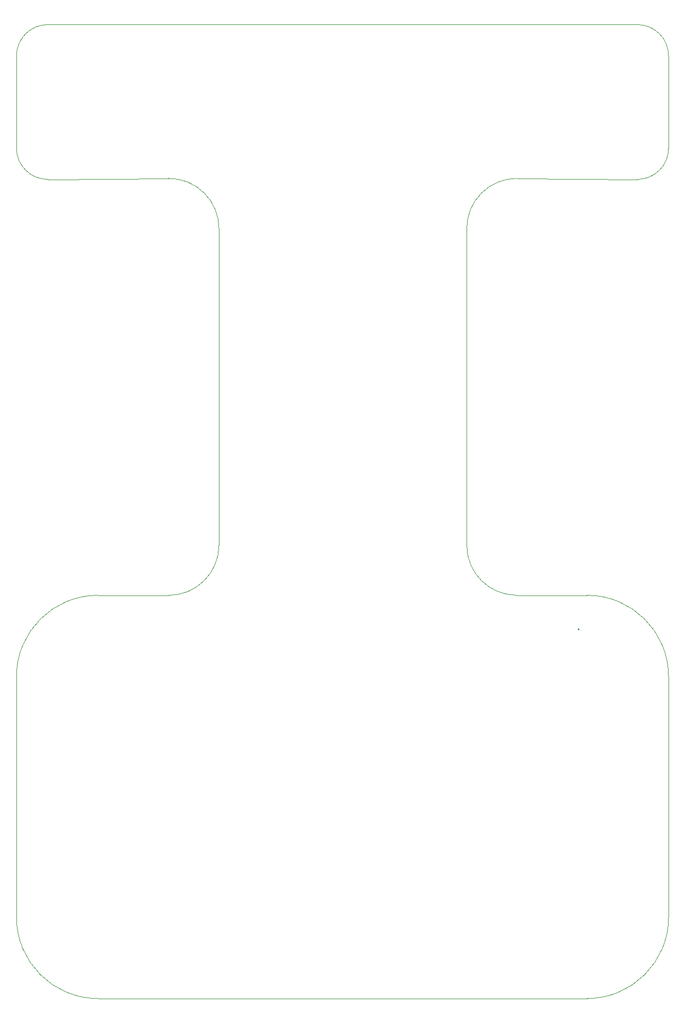
<source format=gbr>
%TF.GenerationSoftware,KiCad,Pcbnew,7.0.7*%
%TF.CreationDate,2024-02-07T22:59:59+08:00*%
%TF.ProjectId,lekirbotv2,6c656b69-7262-46f7-9476-322e6b696361,rev?*%
%TF.SameCoordinates,Original*%
%TF.FileFunction,Profile,NP*%
%FSLAX46Y46*%
G04 Gerber Fmt 4.6, Leading zero omitted, Abs format (unit mm)*
G04 Created by KiCad (PCBNEW 7.0.7) date 2024-02-07 22:59:59*
%MOMM*%
%LPD*%
G01*
G04 APERTURE LIST*
%TA.AperFunction,Profile*%
%ADD10C,0.050000*%
%TD*%
G04 APERTURE END LIST*
D10*
X72796800Y-103200000D02*
X72796800Y-116476851D01*
X112370000Y-103200000D02*
X112370000Y-116476851D01*
X72796800Y-103200000D02*
X72796800Y-65851043D01*
X112370000Y-103200000D02*
X112370000Y-65851297D01*
X72796757Y-65851043D02*
G75*
G03*
X64729840Y-57851323I-7999957J43D01*
G01*
X64796800Y-124476851D02*
X53462600Y-124476851D01*
X144602200Y-137476851D02*
X144602200Y-175916851D01*
X40462600Y-175916851D02*
G75*
G03*
X53462600Y-188916851I13000000J0D01*
G01*
X130378600Y-129963251D02*
G75*
G03*
X130378600Y-129963251I-127000J0D01*
G01*
X45462200Y-33273000D02*
X139602200Y-33273000D01*
X131602200Y-188916851D02*
X53462600Y-188916851D01*
X144602200Y-38273000D02*
G75*
G03*
X139602200Y-33273000I-5000000J0D01*
G01*
X45462200Y-33273000D02*
G75*
G03*
X40462200Y-38273000I0J-5000000D01*
G01*
X144602200Y-137476851D02*
G75*
G03*
X131602200Y-124476851I-13000000J0D01*
G01*
X53462600Y-124476851D02*
G75*
G03*
X40462600Y-137476851I0J-13000000D01*
G01*
X131602200Y-188916851D02*
G75*
G03*
X144602200Y-175916851I0J13000000D01*
G01*
X112370000Y-116476851D02*
G75*
G03*
X120370000Y-124476851I8000000J0D01*
G01*
X144602200Y-38273000D02*
X144602200Y-53012600D01*
X40462200Y-53012600D02*
X40462200Y-38273000D01*
X128219601Y-127321651D02*
G75*
G03*
X128219601Y-127321651I-1J0D01*
G01*
X45462200Y-58012600D02*
X64729840Y-57851323D01*
X120437212Y-57851582D02*
G75*
G03*
X112370000Y-65851297I-67212J-7999718D01*
G01*
X64796800Y-124476851D02*
G75*
G03*
X72796800Y-116476851I0J8000000D01*
G01*
X120437212Y-57851579D02*
X139602200Y-58012600D01*
X139602200Y-58012600D02*
G75*
G03*
X144602200Y-53012600I0J5000000D01*
G01*
X40462200Y-53012600D02*
G75*
G03*
X45462200Y-58012600I5000000J0D01*
G01*
X131602200Y-124476851D02*
X120370000Y-124476851D01*
X40462600Y-175916851D02*
X40462600Y-137476851D01*
M02*

</source>
